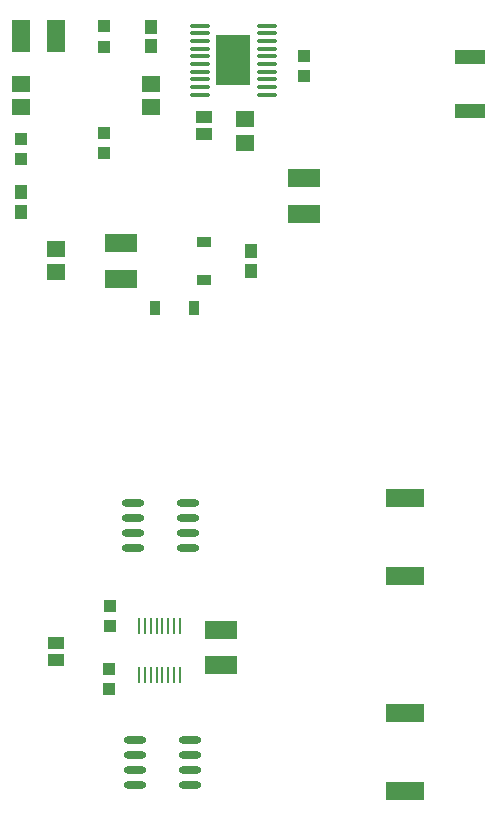
<source format=gtp>
G04 Layer_Color=7318015*
%FSLAX24Y24*%
%MOIN*%
G70*
G01*
G75*
%ADD10O,0.0669X0.0138*%
%ADD11R,0.1181X0.1654*%
%ADD12R,0.1260X0.0591*%
%ADD13R,0.1260X0.0591*%
%ADD14R,0.0400X0.0440*%
%ADD15R,0.0571X0.0413*%
%ADD16O,0.0748X0.0236*%
%ADD17R,0.1102X0.0591*%
%ADD18R,0.0480X0.0358*%
%ADD19R,0.0591X0.1102*%
%ADD20O,0.0098X0.0551*%
%ADD21R,0.1043X0.0512*%
%ADD22R,0.0413X0.0453*%
%ADD23R,0.0610X0.0532*%
%ADD24R,0.0358X0.0480*%
D10*
X27096Y40581D02*
D03*
Y40837D02*
D03*
Y41093D02*
D03*
Y41348D02*
D03*
Y41604D02*
D03*
Y41860D02*
D03*
Y42116D02*
D03*
Y42372D02*
D03*
Y42628D02*
D03*
Y42884D02*
D03*
X24852Y40581D02*
D03*
Y40837D02*
D03*
Y41093D02*
D03*
Y41348D02*
D03*
Y41604D02*
D03*
Y41860D02*
D03*
Y42116D02*
D03*
Y42372D02*
D03*
Y42628D02*
D03*
Y42884D02*
D03*
D11*
X25974Y41732D02*
D03*
D12*
X31693Y19980D02*
D03*
X31683Y27126D02*
D03*
D13*
X31693Y17382D02*
D03*
X31683Y24528D02*
D03*
D14*
X21850Y22861D02*
D03*
Y23536D02*
D03*
X21841Y20755D02*
D03*
Y21430D02*
D03*
X21654Y42182D02*
D03*
Y42857D02*
D03*
X28327Y41198D02*
D03*
Y41873D02*
D03*
X21654Y39314D02*
D03*
Y38639D02*
D03*
X18898Y38442D02*
D03*
Y39117D02*
D03*
D15*
X20069Y21722D02*
D03*
Y22293D02*
D03*
X25000Y39281D02*
D03*
Y39852D02*
D03*
D16*
X24537Y17567D02*
D03*
Y18067D02*
D03*
Y18567D02*
D03*
Y19067D02*
D03*
X22687Y17567D02*
D03*
Y18067D02*
D03*
Y18567D02*
D03*
Y19067D02*
D03*
X24469Y25461D02*
D03*
Y25961D02*
D03*
Y26461D02*
D03*
Y26961D02*
D03*
X22618Y25461D02*
D03*
Y25961D02*
D03*
Y26461D02*
D03*
Y26961D02*
D03*
D17*
X22244Y35630D02*
D03*
Y34449D02*
D03*
X25581Y22746D02*
D03*
Y21565D02*
D03*
X28346Y37795D02*
D03*
Y36614D02*
D03*
D18*
X25000Y35683D02*
D03*
Y34396D02*
D03*
D19*
X18898Y42520D02*
D03*
X20079D02*
D03*
D20*
X22825Y21250D02*
D03*
X23022D02*
D03*
X23219D02*
D03*
X23415D02*
D03*
X23612D02*
D03*
X23809D02*
D03*
X24006D02*
D03*
X24203D02*
D03*
X22825Y22864D02*
D03*
X23022D02*
D03*
X23219D02*
D03*
X23415D02*
D03*
X23612D02*
D03*
X23809D02*
D03*
X24006D02*
D03*
X24203D02*
D03*
D21*
X33858Y41841D02*
D03*
Y40049D02*
D03*
D22*
X23228Y42844D02*
D03*
Y42195D02*
D03*
X18898Y37333D02*
D03*
Y36683D02*
D03*
X26575Y34715D02*
D03*
Y35364D02*
D03*
D23*
X26378Y39754D02*
D03*
Y38986D02*
D03*
X23228Y40935D02*
D03*
Y40167D02*
D03*
X18898Y40935D02*
D03*
Y40167D02*
D03*
X20079Y34656D02*
D03*
Y35423D02*
D03*
D24*
X23372Y33465D02*
D03*
X24659D02*
D03*
M02*

</source>
